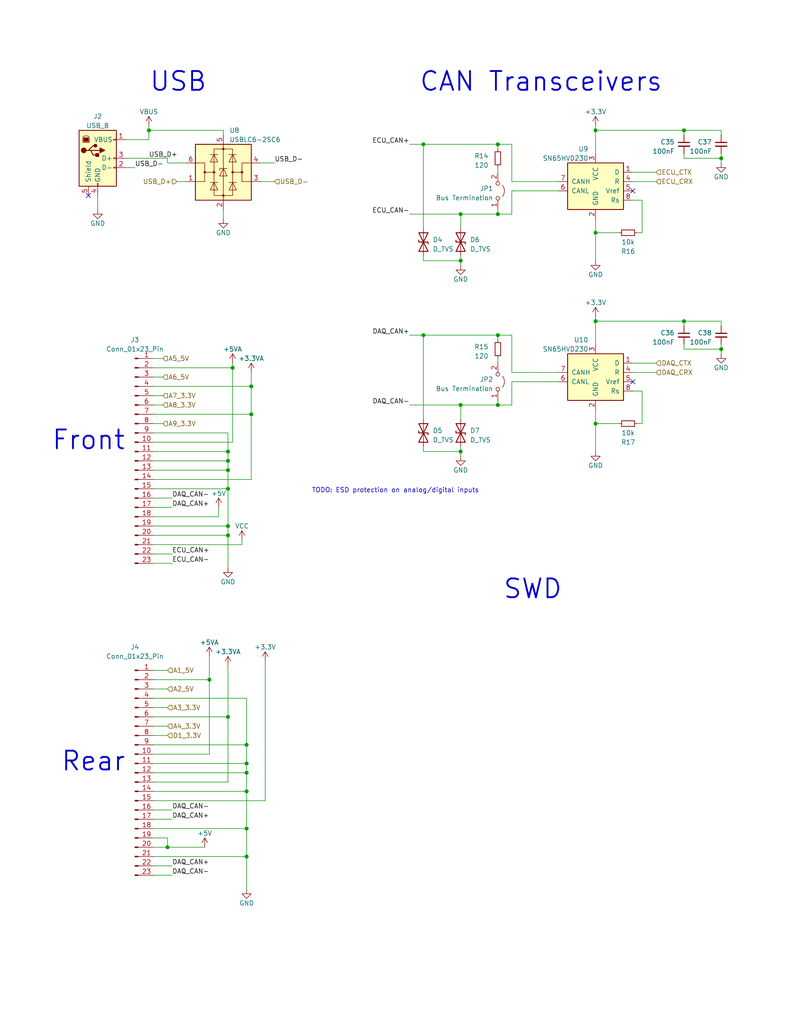
<source format=kicad_sch>
(kicad_sch (version 20230121) (generator eeschema)
  (paper "USLetter" portrait)
  (title_block (title "SDM-24 Data Logger") (date "2023-09-07") (rev "v1") (company "Sun Devil Motorsports") (comment 1 "Connectors"))
  (lib_symbols
    (symbol "Connector:Conn_01x23_Pin" (pin_names (offset 1.016) hide)
      (property "Reference" "J" (at 0 30.48 0))
      (property "Value" "Conn_01x23_Pin" (at 0 -30.48 0))
      (symbol "Conn_01x23_Pin_1_1"
        (polyline (pts (xy 1.27 -27.94) (xy 0.8636 -27.94)) (stroke (width 0.1524)))
        (polyline (pts (xy 1.27 -25.4) (xy 0.8636 -25.4)) (stroke (width 0.1524)))
        (polyline (pts (xy 1.27 -22.86) (xy 0.8636 -22.86)) (stroke (width 0.1524)))
        (polyline (pts (xy 1.27 -20.32) (xy 0.8636 -20.32)) (stroke (width 0.1524)))
        (polyline (pts (xy 1.27 -17.78) (xy 0.8636 -17.78)) (stroke (width 0.1524)))
        (polyline (pts (xy 1.27 -15.24) (xy 0.8636 -15.24)) (stroke (width 0.1524)))
        (polyline (pts (xy 1.27 -12.7) (xy 0.8636 -12.7)) (stroke (width 0.1524)))
        (polyline (pts (xy 1.27 -10.16) (xy 0.8636 -10.16)) (stroke (width 0.1524)))
        (polyline (pts (xy 1.27 -7.62) (xy 0.8636 -7.62)) (stroke (width 0.1524)))
        (polyline (pts (xy 1.27 -5.08) (xy 0.8636 -5.08)) (stroke (width 0.1524)))
        (polyline (pts (xy 1.27 -2.54) (xy 0.8636 -2.54)) (stroke (width 0.1524)))
        (polyline (pts (xy 1.27 0) (xy 0.8636 0)) (stroke (width 0.1524)))
        (polyline (pts (xy 1.27 2.54) (xy 0.8636 2.54)) (stroke (width 0.1524)))
        (polyline (pts (xy 1.27 5.08) (xy 0.8636 5.08)) (stroke (width 0.1524)))
        (polyline (pts (xy 1.27 7.62) (xy 0.8636 7.62)) (stroke (width 0.1524)))
        (polyline (pts (xy 1.27 10.16) (xy 0.8636 10.16)) (stroke (width 0.1524)))
        (polyline (pts (xy 1.27 12.7) (xy 0.8636 12.7)) (stroke (width 0.1524)))
        (polyline (pts (xy 1.27 15.24) (xy 0.8636 15.24)) (stroke (width 0.1524)))
        (polyline (pts (xy 1.27 17.78) (xy 0.8636 17.78)) (stroke (width 0.1524)))
        (polyline (pts (xy 1.27 20.32) (xy 0.8636 20.32)) (stroke (width 0.1524)))
        (polyline (pts (xy 1.27 22.86) (xy 0.8636 22.86)) (stroke (width 0.1524)))
        (polyline (pts (xy 1.27 25.4) (xy 0.8636 25.4)) (stroke (width 0.1524)))
        (polyline (pts (xy 1.27 27.94) (xy 0.8636 27.94)) (stroke (width 0.1524)))
        (rectangle (start 0.8636 -27.813) (end 0 -28.067) (stroke (width 0.1524)) (fill (type outline)))
        (rectangle (start 0.8636 -25.273) (end 0 -25.527) (stroke (width 0.1524)) (fill (type outline)))
        (rectangle (start 0.8636 -22.733) (end 0 -22.987) (stroke (width 0.1524)) (fill (type outline)))
        (rectangle (start 0.8636 -20.193) (end 0 -20.447) (stroke (width 0.1524)) (fill (type outline)))
        (rectangle (start 0.8636 -17.653) (end 0 -17.907) (stroke (width 0.1524)) (fill (type outline)))
        (rectangle (start 0.8636 -15.113) (end 0 -15.367) (stroke (width 0.1524)) (fill (type outline)))
        (rectangle (start 0.8636 -12.573) (end 0 -12.827) (stroke (width 0.1524)) (fill (type outline)))
        (rectangle (start 0.8636 -10.033) (end 0 -10.287) (stroke (width 0.1524)) (fill (type outline)))
        (rectangle (start 0.8636 -7.493) (end 0 -7.747) (stroke (width 0.1524)) (fill (type outline)))
        (rectangle (start 0.8636 -4.953) (end 0 -5.207) (stroke (width 0.1524)) (fill (type outline)))
        (rectangle (start 0.8636 -2.413) (end 0 -2.667) (stroke (width 0.1524)) (fill (type outline)))
        (rectangle (start 0.8636 0.127) (end 0 -0.127) (stroke (width 0.1524)) (fill (type outline)))
        (rectangle (start 0.8636 2.667) (end 0 2.413) (stroke (width 0.1524)) (fill (type outline)))
        (rectangle (start 0.8636 5.207) (end 0 4.953) (stroke (width 0.1524)) (fill (type outline)))
        (rectangle (start 0.8636 7.747) (end 0 7.493) (stroke (width 0.1524)) (fill (type outline)))
        (rectangle (start 0.8636 10.287) (end 0 10.033) (stroke (width 0.1524)) (fill (type outline)))
        (rectangle (start 0.8636 12.827) (end 0 12.573) (stroke (width 0.1524)) (fill (type outline)))
        (rectangle (start 0.8636 15.367) (end 0 15.113) (stroke (width 0.1524)) (fill (type outline)))
        (rectangle (start 0.8636 17.907) (end 0 17.653) (stroke (width 0.1524)) (fill (type outline)))
        (rectangle (start 0.8636 20.447) (end 0 20.193) (stroke (width 0.1524)) (fill (type outline)))
        (rectangle (start 0.8636 22.987) (end 0 22.733) (stroke (width 0.1524)) (fill (type outline)))
        (rectangle (start 0.8636 25.527) (end 0 25.273) (stroke (width 0.1524)) (fill (type outline)))
        (rectangle (start 0.8636 28.067) (end 0 27.813) (stroke (width 0.1524)) (fill (type outline)))
        (pin passive line (at 5.08 27.94 180) (length 3.81) (name "Pin_1") (number "1"))
        (pin passive line (at 5.08 5.08 180) (length 3.81) (name "Pin_10") (number "10"))
        (pin passive line (at 5.08 2.54 180) (length 3.81) (name "Pin_11") (number "11"))
        (pin passive line (at 5.08 0 180) (length 3.81) (name "Pin_12") (number "12"))
        (pin passive line (at 5.08 -2.54 180) (length 3.81) (name "Pin_13") (number "13"))
        (pin passive line (at 5.08 -5.08 180) (length 3.81) (name "Pin_14") (number "14"))
        (pin passive line (at 5.08 -7.62 180) (length 3.81) (name "Pin_15") (number "15"))
        (pin passive line (at 5.08 -10.16 180) (length 3.81) (name "Pin_16") (number "16"))
        (pin passive line (at 5.08 -12.7 180) (length 3.81) (name "Pin_17") (number "17"))
        (pin passive line (at 5.08 -15.24 180) (length 3.81) (name "Pin_18") (number "18"))
        (pin passive line (at 5.08 -17.78 180) (length 3.81) (name "Pin_19") (number "19"))
        (pin passive line (at 5.08 25.4 180) (length 3.81) (name "Pin_2") (number "2"))
        (pin passive line (at 5.08 -20.32 180) (length 3.81) (name "Pin_20") (number "20"))
        (pin passive line (at 5.08 -22.86 180) (length 3.81) (name "Pin_21") (number "21"))
        (pin passive line (at 5.08 -25.4 180) (length 3.81) (name "Pin_22") (number "22"))
        (pin passive line (at 5.08 -27.94 180) (length 3.81) (name "Pin_23") (number "23"))
        (pin passive line (at 5.08 22.86 180) (length 3.81) (name "Pin_3") (number "3"))
        (pin passive line (at 5.08 20.32 180) (length 3.81) (name "Pin_4") (number "4"))
        (pin passive line (at 5.08 17.78 180) (length 3.81) (name "Pin_5") (number "5"))
        (pin passive line (at 5.08 15.24 180) (length 3.81) (name "Pin_6") (number "6"))
        (pin passive line (at 5.08 12.7 180) (length 3.81) (name "Pin_7") (number "7"))
        (pin passive line (at 5.08 10.16 180) (length 3.81) (name "Pin_8") (number "8"))
        (pin passive line (at 5.08 7.62 180) (length 3.81) (name "Pin_9") (number "9"))
      )
    )
    (symbol "Connector:USB_B" (pin_names (offset 1.016))
      (property "Reference" "J" (at -5.08 11.43 0))
      (property "Value" "USB_B" (at -5.08 8.89 0))
      (symbol "USB_B_0_1"
        (rectangle (start -5.08 -7.62) (end 5.08 7.62) (stroke (width 0.254)) (fill (type background)))
        (circle (center -3.81 2.159) (radius 0.635) (stroke (width 0.254)) (fill (type outline)))
        (rectangle (start -3.81 5.588) (end -2.54 4.572) (fill (type outline)))
        (circle (center -0.635 3.429) (radius 0.381) (stroke (width 0.254)) (fill (type outline)))
        (rectangle (start -0.127 -7.62) (end 0.127 -6.858))
        (polyline (pts (xy -1.905 2.159) (xy 0.635 2.159)) (stroke (width 0.254)))
        (polyline (pts (xy -3.175 2.159) (xy -2.54 2.159) (xy -1.27 3.429) (xy -0.635 3.429)) (stroke (width 0.254)))
        (polyline (pts (xy -2.54 2.159) (xy -1.905 2.159) (xy -1.27 0.889) (xy 0 0.889)) (stroke (width 0.254)))
        (polyline (pts (xy 0.635 2.794) (xy 0.635 1.524) (xy 1.905 2.159) (xy 0.635 2.794)) (stroke (width 0.254)) (fill (type outline)))
        (polyline (pts (xy -4.064 4.318) (xy -2.286 4.318) (xy -2.286 5.715) (xy -2.667 6.096) (xy -3.683 6.096) (xy -4.064 5.715) (xy -4.064 4.318)))
        (rectangle (start 0.254 1.27) (end -0.508 0.508) (stroke (width 0.254)) (fill (type outline)))
        (rectangle (start 5.08 -2.667) (end 4.318 -2.413))
        (rectangle (start 5.08 -0.127) (end 4.318 0.127))
        (rectangle (start 5.08 4.953) (end 4.318 5.207))
      )
      (symbol "USB_B_1_1"
        (pin power_out line (at 7.62 5.08 180) (length 2.54) (name "VBUS") (number "1"))
        (pin bidirectional line (at 7.62 -2.54 180) (length 2.54) (name "D-") (number "2"))
        (pin bidirectional line (at 7.62 0 180) (length 2.54) (name "D+") (number "3"))
        (pin power_out line (at 0 -10.16 90) (length 2.54) (name "GND") (number "4"))
        (pin passive line (at -2.54 -10.16 90) (length 2.54) (name "Shield") (number "5"))
      )
    )
    (symbol "Device:C_Small" (pin_numbers hide) (pin_names (offset 0.254) hide)
      (property "Reference" "C" (at 0.254 1.778 0))
      (property "Value" "C_Small" (at 0.254 -2.032 0))
      (symbol "C_Small_0_1"
        (polyline (pts (xy -1.524 -0.508) (xy 1.524 -0.508)) (stroke (width 0.3302)))
        (polyline (pts (xy -1.524 0.508) (xy 1.524 0.508)) (stroke (width 0.3048)))
      )
      (symbol "C_Small_1_1"
        (pin passive line (at 0 2.54 270) (length 2.032) (name "~") (number "1"))
        (pin passive line (at 0 -2.54 90) (length 2.032) (name "~") (number "2"))
      )
    )
    (symbol "Device:D_TVS" (pin_numbers hide) (pin_names (offset 1.016) hide)
      (property "Reference" "D" (at 0 2.54 0))
      (property "Value" "D_TVS" (at 0 -2.54 0))
      (symbol "D_TVS_0_1"
        (polyline (pts (xy 1.27 0) (xy -1.27 0)))
        (polyline (pts (xy 0.508 1.27) (xy 0 1.27) (xy 0 -1.27) (xy -0.508 -1.27)) (stroke (width 0.254)))
        (polyline (pts (xy -2.54 1.27) (xy -2.54 -1.27) (xy 2.54 1.27) (xy 2.54 -1.27) (xy -2.54 1.27)) (stroke (width 0.254)))
      )
      (symbol "D_TVS_1_1"
        (pin passive line (at -3.81 0 0) (length 2.54) (name "A1") (number "1"))
        (pin passive line (at 3.81 0 180) (length 2.54) (name "A2") (number "2"))
      )
    )
    (symbol "Device:R_Small" (pin_numbers hide) (pin_names (offset 0.254) hide)
      (property "Reference" "R" (at 0.762 0.508 0))
      (property "Value" "R_Small" (at 0.762 -1.016 0))
      (symbol "R_Small_0_1"
        (rectangle (start -0.762 1.778) (end 0.762 -1.778) (stroke (width 0.2032)))
      )
      (symbol "R_Small_1_1"
        (pin passive line (at 0 2.54 270) (length 0.762) (name "~") (number "1"))
        (pin passive line (at 0 -2.54 90) (length 0.762) (name "~") (number "2"))
      )
    )
    (symbol "Interface_CAN_LIN:SN65HVD230" (pin_names (offset 1.016))
      (property "Reference" "U" (at -2.54 10.16 0))
      (property "Value" "SN65HVD230" (at -2.54 7.62 0))
      (symbol "SN65HVD230_0_1"
        (rectangle (start -7.62 5.08) (end 7.62 -7.62) (stroke (width 0.254)) (fill (type background)))
      )
      (symbol "SN65HVD230_1_1"
        (pin input line (at -10.16 2.54 0) (length 2.54) (name "D") (number "1"))
        (pin power_in line (at 0 -10.16 90) (length 2.54) (name "GND") (number "2"))
        (pin power_in line (at 0 7.62 270) (length 2.54) (name "VCC") (number "3"))
        (pin output line (at -10.16 0 0) (length 2.54) (name "R") (number "4"))
        (pin output line (at -10.16 -2.54 0) (length 2.54) (name "Vref") (number "5"))
        (pin bidirectional line (at 10.16 -2.54 180) (length 2.54) (name "CANL") (number "6"))
        (pin bidirectional line (at 10.16 0 180) (length 2.54) (name "CANH") (number "7"))
        (pin input line (at -10.16 -5.08 0) (length 2.54) (name "Rs") (number "8"))
      )
    )
    (symbol "Jumper:Jumper_2_Open" (pin_names (offset 0) hide)
      (property "Reference" "JP" (at 0 2.794 0))
      (property "Value" "Jumper_2_Open" (at 0 -2.286 0))
      (symbol "Jumper_2_Open_0_0"
        (circle (center -2.032 0) (radius 0.508))
        (circle (center 2.032 0) (radius 0.508))
      )
      (symbol "Jumper_2_Open_0_1"
        (arc (start 1.524 1.27) (mid 0 1.778) (end -1.524 1.27))
      )
      (symbol "Jumper_2_Open_1_1"
        (pin passive line (at -5.08 0 0) (length 2.54) (name "A") (number "1"))
        (pin passive line (at 5.08 0 180) (length 2.54) (name "B") (number "2"))
      )
    )
    (symbol "Power_Protection:USBLC6-2SC6" (pin_names hide)
      (property "Reference" "U" (at 2.54 8.89 0))
      (property "Value" "USBLC6-2SC6" (at 2.54 -8.89 0))
      (symbol "USBLC6-2SC6_0_1"
        (rectangle (start -7.62 -7.62) (end 7.62 7.62) (stroke (width 0.254)) (fill (type background)))
        (circle (center -5.08 0) (radius 0.254) (fill (type outline)))
        (circle (center -2.54 0) (radius 0.254) (fill (type outline)))
        (rectangle (start -2.54 6.35) (end 2.54 -6.35))
        (circle (center 0 -6.35) (radius 0.254) (fill (type outline)))
        (polyline (pts (xy -5.08 -2.54) (xy -7.62 -2.54)))
        (polyline (pts (xy -5.08 0) (xy -5.08 -2.54)))
        (polyline (pts (xy -5.08 2.54) (xy -7.62 2.54)))
        (polyline (pts (xy -1.524 -2.794) (xy -3.556 -2.794)))
        (polyline (pts (xy -1.524 4.826) (xy -3.556 4.826)))
        (polyline (pts (xy 0 -7.62) (xy 0 -6.35)))
        (polyline (pts (xy 0 -6.35) (xy 0 1.27)))
        (polyline (pts (xy 0 1.27) (xy 0 6.35)))
        (polyline (pts (xy 0 6.35) (xy 0 7.62)))
        (polyline (pts (xy 1.524 -2.794) (xy 3.556 -2.794)))
        (polyline (pts (xy 1.524 4.826) (xy 3.556 4.826)))
        (polyline (pts (xy 5.08 -2.54) (xy 7.62 -2.54)))
        (polyline (pts (xy 5.08 0) (xy 5.08 -2.54)))
        (polyline (pts (xy 5.08 2.54) (xy 7.62 2.54)))
        (polyline (pts (xy -2.54 0) (xy -5.08 0) (xy -5.08 2.54)))
        (polyline (pts (xy 2.54 0) (xy 5.08 0) (xy 5.08 2.54)))
        (polyline (pts (xy -3.556 -4.826) (xy -1.524 -4.826) (xy -2.54 -2.794) (xy -3.556 -4.826)))
        (polyline (pts (xy -3.556 2.794) (xy -1.524 2.794) (xy -2.54 4.826) (xy -3.556 2.794)))
        (polyline (pts (xy -1.016 -1.016) (xy 1.016 -1.016) (xy 0 1.016) (xy -1.016 -1.016)))
        (polyline (pts (xy 1.016 1.016) (xy 0.762 1.016) (xy -1.016 1.016) (xy -1.016 0.508)))
        (polyline (pts (xy 3.556 -4.826) (xy 1.524 -4.826) (xy 2.54 -2.794) (xy 3.556 -4.826)))
        (polyline (pts (xy 3.556 2.794) (xy 1.524 2.794) (xy 2.54 4.826) (xy 3.556 2.794)))
        (circle (center 0 6.35) (radius 0.254) (fill (type outline)))
        (circle (center 2.54 0) (radius 0.254) (fill (type outline)))
        (circle (center 5.08 0) (radius 0.254) (fill (type outline)))
      )
      (symbol "USBLC6-2SC6_1_1"
        (pin passive line (at -10.16 -2.54 0) (length 2.54) (name "I/O1") (number "1"))
        (pin passive line (at 0 -10.16 90) (length 2.54) (name "GND") (number "2"))
        (pin passive line (at 10.16 -2.54 180) (length 2.54) (name "I/O2") (number "3"))
        (pin passive line (at 10.16 2.54 180) (length 2.54) (name "I/O2") (number "4"))
        (pin passive line (at 0 10.16 270) (length 2.54) (name "VBUS") (number "5"))
        (pin passive line (at -10.16 2.54 0) (length 2.54) (name "I/O1") (number "6"))
      )
    )
    (symbol "power:+3.3V" (power) (pin_names (offset 0))
      (property "Value" "+3.3V" (at 0 3.556 0))
      (symbol "+3.3V_0_1"
        (polyline (pts (xy -0.762 1.27) (xy 0 2.54)))
        (polyline (pts (xy 0 0) (xy 0 2.54)))
        (polyline (pts (xy 0 2.54) (xy 0.762 1.27)))
      )
      (symbol "+3.3V_1_1"
        (pin power_in line (at 0 0 90) (length 0) hide (name "+3.3V") (number "1"))
      )
    )
    (symbol "power:+3.3VA" (power) (pin_names (offset 0))
      (property "Value" "+3.3VA" (at 0 3.556 0))
      (symbol "+3.3VA_0_1"
        (polyline (pts (xy -0.762 1.27) (xy 0 2.54)))
        (polyline (pts (xy 0 0) (xy 0 2.54)))
        (polyline (pts (xy 0 2.54) (xy 0.762 1.27)))
      )
      (symbol "+3.3VA_1_1"
        (pin power_in line (at 0 0 90) (length 0) hide (name "+3.3VA") (number "1"))
      )
    )
    (symbol "power:+5V" (power) (pin_names (offset 0))
      (property "Value" "+5V" (at 0 3.556 0))
      (symbol "+5V_0_1"
        (polyline (pts (xy -0.762 1.27) (xy 0 2.54)))
        (polyline (pts (xy 0 0) (xy 0 2.54)))
        (polyline (pts (xy 0 2.54) (xy 0.762 1.27)))
      )
      (symbol "+5V_1_1"
        (pin power_in line (at 0 0 90) (length 0) hide (name "+5V") (number "1"))
      )
    )
    (symbol "power:+5VA" (power) (pin_names (offset 0))
      (property "Value" "+5VA" (at 0 3.556 0))
      (symbol "+5VA_0_1"
        (polyline (pts (xy -0.762 1.27) (xy 0 2.54)))
        (polyline (pts (xy 0 0) (xy 0 2.54)))
        (polyline (pts (xy 0 2.54) (xy 0.762 1.27)))
      )
      (symbol "+5VA_1_1"
        (pin power_in line (at 0 0 90) (length 0) hide (name "+5VA") (number "1"))
      )
    )
    (symbol "power:GND" (power) (pin_names (offset 0))
      (property "Value" "GND" (at 0 -3.81 0))
      (symbol "GND_0_1"
        (polyline (pts (xy 0 0) (xy 0 -1.27) (xy 1.27 -1.27) (xy 0 -2.54) (xy -1.27 -1.27) (xy 0 -1.27)))
      )
      (symbol "GND_1_1"
        (pin power_in line (at 0 0 270) (length 0) hide (name "GND") (number "1"))
      )
    )
    (symbol "power:VBUS" (power) (pin_names (offset 0))
      (property "Value" "VBUS" (at 0 3.81 0))
      (symbol "VBUS_0_1"
        (polyline (pts (xy -0.762 1.27) (xy 0 2.54)))
        (polyline (pts (xy 0 0) (xy 0 2.54)))
        (polyline (pts (xy 0 2.54) (xy 0.762 1.27)))
      )
      (symbol "VBUS_1_1"
        (pin power_in line (at 0 0 90) (length 0) hide (name "VBUS") (number "1"))
      )
    )
    (symbol "power:VCC" (power) (pin_names (offset 0))
      (property "Value" "VCC" (at 0 3.81 0))
      (symbol "VCC_0_1"
        (polyline (pts (xy -0.762 1.27) (xy 0 2.54)))
        (polyline (pts (xy 0 0) (xy 0 2.54)))
        (polyline (pts (xy 0 2.54) (xy 0.762 1.27)))
      )
      (symbol "VCC_1_1"
        (pin power_in line (at 0 0 90) (length 0) hide (name "VCC") (number "1"))
      )
    )
  )
  (junction (at 125.73 123.19))
  (junction (at 57.15 185.42))
  (junction (at 68.58 105.41))
  (junction (at 40.64 35.56))
  (junction (at 125.73 110.49))
  (junction (at 62.23 146.05))
  (junction (at 162.56 87.63))
  (junction (at 135.89 110.49))
  (junction (at 67.31 208.28))
  (junction (at 196.85 95.25))
  (junction (at 67.31 226.06))
  (junction (at 62.23 123.19))
  (junction (at 125.73 58.42))
  (junction (at 62.23 133.35))
  (junction (at 162.56 63.5))
  (junction (at 67.31 215.9))
  (junction (at 62.23 195.58))
  (junction (at 135.89 91.44))
  (junction (at 63.5 100.33))
  (junction (at 196.85 43.18))
  (junction (at 62.23 125.73))
  (junction (at 68.58 113.03))
  (junction (at 162.56 35.56))
  (junction (at 115.57 91.44))
  (junction (at 162.56 115.57))
  (junction (at 62.23 143.51))
  (junction (at 115.57 39.37))
  (junction (at 67.31 203.2))
  (junction (at 135.89 39.37))
  (junction (at 45.72 231.14))
  (junction (at 67.31 210.82))
  (junction (at 186.69 87.63))
  (junction (at 125.73 71.12))
  (junction (at 135.89 58.42))
  (junction (at 62.23 128.27))
  (junction (at 67.31 233.68))
  (junction (at 186.69 35.56))
  (no_connect (at 24.13 53.34))
  (no_connect (at 172.72 104.14))
  (no_connect (at 172.72 52.07))
  (wire (pts (xy 45.72 231.14) (xy 55.88 231.14)))
  (wire (pts (xy 135.89 110.49) (xy 125.73 110.49)))
  (wire (pts (xy 139.7 101.6) (xy 139.7 91.44)))
  (wire (pts (xy 41.91 218.44) (xy 72.39 218.44)))
  (wire (pts (xy 62.23 143.51) (xy 62.23 146.05)))
  (wire (pts (xy 125.73 58.42) (xy 111.76 58.42)))
  (wire (pts (xy 41.91 182.88) (xy 45.72 182.88)))
  (wire (pts (xy 135.89 58.42) (xy 125.73 58.42)))
  (wire (pts (xy 71.12 49.53) (xy 74.93 49.53)))
  (wire (pts (xy 41.91 100.33) (xy 63.5 100.33)))
  (wire (pts (xy 68.58 113.03) (xy 68.58 105.41)))
  (wire (pts (xy 34.29 38.1) (xy 40.64 38.1)))
  (wire (pts (xy 196.85 41.91) (xy 196.85 43.18)))
  (wire (pts (xy 196.85 93.98) (xy 196.85 95.25)))
  (wire (pts (xy 41.91 120.65) (xy 63.5 120.65)))
  (wire (pts (xy 41.91 130.81) (xy 68.58 130.81)))
  (wire (pts (xy 41.91 107.95) (xy 44.45 107.95)))
  (wire (pts (xy 63.5 100.33) (xy 63.5 99.06)))
  (wire (pts (xy 41.91 128.27) (xy 62.23 128.27)))
  (wire (pts (xy 62.23 123.19) (xy 62.23 125.73)))
  (wire (pts (xy 115.57 123.19) (xy 125.73 123.19)))
  (wire (pts (xy 125.73 69.85) (xy 125.73 71.12)))
  (wire (pts (xy 41.91 220.98) (xy 46.99 220.98)))
  (wire (pts (xy 41.91 190.5) (xy 67.31 190.5)))
  (wire (pts (xy 62.23 213.36) (xy 62.23 195.58)))
  (wire (pts (xy 168.91 115.57) (xy 162.56 115.57)))
  (wire (pts (xy 57.15 185.42) (xy 57.15 179.07)))
  (wire (pts (xy 41.91 151.13) (xy 46.99 151.13)))
  (wire (pts (xy 196.85 43.18) (xy 186.69 43.18)))
  (wire (pts (xy 162.56 35.56) (xy 162.56 41.91)))
  (wire (pts (xy 139.7 91.44) (xy 135.89 91.44)))
  (wire (pts (xy 41.91 135.89) (xy 46.99 135.89)))
  (wire (pts (xy 41.91 228.6) (xy 45.72 228.6)))
  (wire (pts (xy 135.89 45.72) (xy 135.89 46.99)))
  (wire (pts (xy 172.72 106.68) (xy 175.26 106.68)))
  (wire (pts (xy 41.91 113.03) (xy 68.58 113.03)))
  (wire (pts (xy 62.23 118.11) (xy 62.23 123.19)))
  (wire (pts (xy 41.91 133.35) (xy 62.23 133.35)))
  (wire (pts (xy 41.91 187.96) (xy 45.72 187.96)))
  (wire (pts (xy 115.57 91.44) (xy 115.57 114.3)))
  (wire (pts (xy 67.31 242.57) (xy 67.31 233.68)))
  (wire (pts (xy 196.85 35.56) (xy 186.69 35.56)))
  (wire (pts (xy 41.91 105.41) (xy 68.58 105.41)))
  (wire (pts (xy 41.91 236.22) (xy 46.99 236.22)))
  (wire (pts (xy 162.56 87.63) (xy 162.56 93.98)))
  (wire (pts (xy 115.57 39.37) (xy 111.76 39.37)))
  (wire (pts (xy 41.91 185.42) (xy 57.15 185.42)))
  (wire (pts (xy 48.26 49.53) (xy 50.8 49.53)))
  (wire (pts (xy 41.91 231.14) (xy 45.72 231.14)))
  (wire (pts (xy 67.31 226.06) (xy 67.31 233.68)))
  (wire (pts (xy 41.91 195.58) (xy 62.23 195.58)))
  (wire (pts (xy 186.69 88.9) (xy 186.69 87.63)))
  (wire (pts (xy 67.31 208.28) (xy 67.31 210.82)))
  (wire (pts (xy 60.96 57.15) (xy 60.96 59.69)))
  (wire (pts (xy 41.91 143.51) (xy 62.23 143.51)))
  (wire (pts (xy 67.31 210.82) (xy 67.31 215.9)))
  (wire (pts (xy 115.57 121.92) (xy 115.57 123.19)))
  (wire (pts (xy 45.72 228.6) (xy 45.72 231.14)))
  (wire (pts (xy 135.89 91.44) (xy 115.57 91.44)))
  (wire (pts (xy 162.56 115.57) (xy 162.56 123.19)))
  (wire (pts (xy 186.69 35.56) (xy 162.56 35.56)))
  (wire (pts (xy 186.69 36.83) (xy 186.69 35.56)))
  (wire (pts (xy 196.85 87.63) (xy 186.69 87.63)))
  (wire (pts (xy 41.91 205.74) (xy 57.15 205.74)))
  (wire (pts (xy 125.73 58.42) (xy 125.73 62.23)))
  (wire (pts (xy 41.91 238.76) (xy 46.99 238.76)))
  (wire (pts (xy 139.7 58.42) (xy 135.89 58.42)))
  (wire (pts (xy 41.91 123.19) (xy 62.23 123.19)))
  (wire (pts (xy 62.23 133.35) (xy 62.23 143.51)))
  (wire (pts (xy 71.12 44.45) (xy 74.93 44.45)))
  (wire (pts (xy 135.89 97.79) (xy 135.89 99.06)))
  (wire (pts (xy 115.57 39.37) (xy 115.57 62.23)))
  (wire (pts (xy 40.64 38.1) (xy 40.64 35.56)))
  (wire (pts (xy 68.58 113.03) (xy 68.58 130.81)))
  (wire (pts (xy 186.69 87.63) (xy 162.56 87.63)))
  (wire (pts (xy 41.91 97.79) (xy 44.45 97.79)))
  (wire (pts (xy 196.85 43.18) (xy 196.85 44.45)))
  (wire (pts (xy 41.91 153.67) (xy 46.99 153.67)))
  (wire (pts (xy 179.07 49.53) (xy 172.72 49.53)))
  (wire (pts (xy 62.23 146.05) (xy 41.91 146.05)))
  (wire (pts (xy 57.15 185.42) (xy 57.15 205.74)))
  (wire (pts (xy 68.58 105.41) (xy 68.58 101.6)))
  (wire (pts (xy 115.57 71.12) (xy 125.73 71.12)))
  (wire (pts (xy 62.23 154.94) (xy 62.23 146.05)))
  (wire (pts (xy 67.31 215.9) (xy 67.31 226.06)))
  (wire (pts (xy 41.91 110.49) (xy 44.45 110.49)))
  (wire (pts (xy 41.91 193.04) (xy 45.72 193.04)))
  (wire (pts (xy 186.69 93.98) (xy 186.69 95.25)))
  (wire (pts (xy 162.56 111.76) (xy 162.56 115.57)))
  (wire (pts (xy 135.89 57.15) (xy 135.89 58.42)))
  (wire (pts (xy 152.4 52.07) (xy 139.7 52.07)))
  (wire (pts (xy 162.56 34.29) (xy 162.56 35.56)))
  (wire (pts (xy 196.85 95.25) (xy 196.85 96.52)))
  (wire (pts (xy 186.69 41.91) (xy 186.69 43.18)))
  (wire (pts (xy 40.64 35.56) (xy 40.64 34.29)))
  (wire (pts (xy 41.91 208.28) (xy 67.31 208.28)))
  (wire (pts (xy 41.91 210.82) (xy 67.31 210.82)))
  (wire (pts (xy 26.67 53.34) (xy 26.67 57.15)))
  (wire (pts (xy 179.07 99.06) (xy 172.72 99.06)))
  (wire (pts (xy 175.26 63.5) (xy 173.99 63.5)))
  (wire (pts (xy 152.4 104.14) (xy 139.7 104.14)))
  (wire (pts (xy 135.89 39.37) (xy 135.89 40.64)))
  (wire (pts (xy 172.72 54.61) (xy 175.26 54.61)))
  (wire (pts (xy 125.73 110.49) (xy 125.73 114.3)))
  (wire (pts (xy 139.7 49.53) (xy 139.7 39.37)))
  (wire (pts (xy 34.29 45.72) (xy 36.83 45.72)))
  (wire (pts (xy 62.23 128.27) (xy 62.23 133.35)))
  (wire (pts (xy 63.5 120.65) (xy 63.5 100.33)))
  (wire (pts (xy 41.91 118.11) (xy 62.23 118.11)))
  (wire (pts (xy 41.91 215.9) (xy 67.31 215.9)))
  (wire (pts (xy 175.26 106.68) (xy 175.26 115.57)))
  (wire (pts (xy 179.07 46.99) (xy 172.72 46.99)))
  (wire (pts (xy 34.29 43.18) (xy 45.72 43.18)))
  (wire (pts (xy 62.23 195.58) (xy 62.23 181.61)))
  (wire (pts (xy 162.56 59.69) (xy 162.56 63.5)))
  (wire (pts (xy 41.91 200.66) (xy 45.72 200.66)))
  (wire (pts (xy 175.26 54.61) (xy 175.26 63.5)))
  (wire (pts (xy 135.89 39.37) (xy 115.57 39.37)))
  (wire (pts (xy 50.8 44.45) (xy 45.72 44.45)))
  (wire (pts (xy 175.26 115.57) (xy 173.99 115.57)))
  (wire (pts (xy 152.4 101.6) (xy 139.7 101.6)))
  (wire (pts (xy 40.64 35.56) (xy 60.96 35.56)))
  (wire (pts (xy 67.31 190.5) (xy 67.31 203.2)))
  (wire (pts (xy 152.4 49.53) (xy 139.7 49.53)))
  (wire (pts (xy 41.91 138.43) (xy 46.99 138.43)))
  (wire (pts (xy 139.7 39.37) (xy 135.89 39.37)))
  (wire (pts (xy 125.73 123.19) (xy 125.73 124.46)))
  (wire (pts (xy 179.07 101.6) (xy 172.72 101.6)))
  (wire (pts (xy 41.91 115.57) (xy 44.45 115.57)))
  (wire (pts (xy 41.91 102.87) (xy 44.45 102.87)))
  (wire (pts (xy 139.7 52.07) (xy 139.7 58.42)))
  (wire (pts (xy 115.57 69.85) (xy 115.57 71.12)))
  (wire (pts (xy 162.56 86.36) (xy 162.56 87.63)))
  (wire (pts (xy 67.31 203.2) (xy 67.31 208.28)))
  (wire (pts (xy 41.91 226.06) (xy 67.31 226.06)))
  (wire (pts (xy 41.91 203.2) (xy 67.31 203.2)))
  (wire (pts (xy 41.91 213.36) (xy 62.23 213.36)))
  (wire (pts (xy 196.85 95.25) (xy 186.69 95.25)))
  (wire (pts (xy 115.57 91.44) (xy 111.76 91.44)))
  (wire (pts (xy 125.73 121.92) (xy 125.73 123.19)))
  (wire (pts (xy 196.85 88.9) (xy 196.85 87.63)))
  (wire (pts (xy 125.73 110.49) (xy 111.76 110.49)))
  (wire (pts (xy 45.72 44.45) (xy 45.72 43.18)))
  (wire (pts (xy 72.39 218.44) (xy 72.39 180.34)))
  (wire (pts (xy 41.91 125.73) (xy 62.23 125.73)))
  (wire (pts (xy 67.31 233.68) (xy 41.91 233.68)))
  (wire (pts (xy 139.7 104.14) (xy 139.7 110.49)))
  (wire (pts (xy 59.69 140.97) (xy 59.69 138.43)))
  (wire (pts (xy 66.04 148.59) (xy 66.04 147.32)))
  (wire (pts (xy 41.91 198.12) (xy 45.72 198.12)))
  (wire (pts (xy 135.89 109.22) (xy 135.89 110.49)))
  (wire (pts (xy 41.91 140.97) (xy 59.69 140.97)))
  (wire (pts (xy 168.91 63.5) (xy 162.56 63.5)))
  (wire (pts (xy 62.23 125.73) (xy 62.23 128.27)))
  (wire (pts (xy 41.91 223.52) (xy 46.99 223.52)))
  (wire (pts (xy 196.85 36.83) (xy 196.85 35.56)))
  (wire (pts (xy 139.7 110.49) (xy 135.89 110.49)))
  (wire (pts (xy 135.89 91.44) (xy 135.89 92.71)))
  (wire (pts (xy 125.73 71.12) (xy 125.73 72.39)))
  (wire (pts (xy 60.96 36.83) (xy 60.96 35.56)))
  (wire (pts (xy 41.91 148.59) (xy 66.04 148.59)))
  (wire (pts (xy 162.56 63.5) (xy 162.56 71.12)))
  (text "SWD" (at 137.16 163.83 0) (effects (font (size 5.12 5.12) (thickness 0.51) bold) (justify left bottom)))
  (text "Rear" (at 16.51 210.82 0) (effects (font (size 5.12 5.12) (thickness 0.51) bold) (justify left bottom)))
  (text "TODO: ESD protection on analog/digital inputs" (at 85.09 134.62 0) (effects (font (size 1.27 1.27)) (justify left bottom)))
  (text "Front" (at 13.97 123.19 0) (effects (font (size 5.12 5.12) (thickness 0.51) bold) (justify left bottom)))
  (text "CAN Transceivers" (at 114.3 25.4 0) (effects (font (size 5.12 5.12) (thickness 0.51) bold) (justify left bottom)))
  (text "USB" (at 40.64 25.4 0) (effects (font (size 5.12 5.12) (thickness 0.51) bold) (justify left bottom)))
  (label "DAQ_CAN+" (at 46.99 223.52 0))
  (label "ECU_CAN-" (at 46.99 153.67 0))
  (label "USB_D-" (at 74.93 44.45 0))
  (label "ECU_CAN+" (at 111.76 39.37 180))
  (label "USB_D+" (at 40.64 43.18 0))
  (label "ECU_CAN+" (at 46.99 151.13 0))
  (label "DAQ_CAN+" (at 46.99 236.22 0))
  (label "DAQ_CAN+" (at 111.76 91.44 180))
  (label "DAQ_CAN-" (at 46.99 135.89 0))
  (label "ECU_CAN-" (at 111.76 58.42 180))
  (label "DAQ_CAN-" (at 46.99 220.98 0))
  (label "DAQ_CAN+" (at 46.99 138.43 0))
  (label "DAQ_CAN-" (at 46.99 238.76 0))
  (label "DAQ_CAN-" (at 111.76 110.49 180))
  (label "USB_D-" (at 36.83 45.72 0))
  (hierarchical_label "D1_3.3V" (shape input) (at 45.72 200.66 0))
  (hierarchical_label "A6_5V" (shape input) (at 44.45 102.87 0))
  (hierarchical_label "A8_3.3V" (shape input) (at 44.45 110.49 0))
  (hierarchical_label "A1_5V" (shape input) (at 45.72 182.88 0))
  (hierarchical_label "A2_5V" (shape input) (at 45.72 187.96 0))
  (hierarchical_label "ECU_CRX" (shape input) (at 179.07 49.53 0))
  (hierarchical_label "ECU_CTX" (shape input) (at 179.07 46.99 0))
  (hierarchical_label "A4_3.3V" (shape input) (at 45.72 198.12 0))
  (hierarchical_label "USB_D-" (shape input) (at 74.93 49.53 0))
  (hierarchical_label "A9_3.3V" (shape input) (at 44.45 115.57 0))
  (hierarchical_label "DAQ_CTX" (shape input) (at 179.07 99.06 0))
  (hierarchical_label "USB_D+" (shape input) (at 48.26 49.53 180))
  (hierarchical_label "DAQ_CRX" (shape input) (at 179.07 101.6 0))
  (hierarchical_label "A3_3.3V" (shape input) (at 45.72 193.04 0))
  (hierarchical_label "A5_5V" (shape input) (at 44.45 97.79 0))
  (hierarchical_label "A7_3.3V" (shape input) (at 44.45 107.95 0))
  (symbol (lib_id "Interface_CAN_LIN:SN65HVD230") (at 162.56 101.6 0) (mirror y) (unit 1)
    (property "Reference" "U10" (at 160.6041 92.71 0) (effects (justify left)))
    (property "Value" "SN65HVD230" (at 160.6041 95.25 0) (effects (justify left)))
    (property "Footprint" "Package_SO:SOIC-8_3.9x4.9mm_P1.27mm" (effects hide))
    (property "Datasheet" "http://www.ti.com/lit/ds/symlink/sn65hvd230.pdf" (effects hide))
  )
  (symbol (lib_id "power:VCC") (at 66.04 147.32 0) (unit 1)
    (property "Reference" "#PWR042" (effects hide))
    (property "Value" "VCC" (at 66.04 143.51 0))
  )
  (symbol (lib_id "power:GND") (at 125.73 72.39 0) (mirror y) (unit 1)
    (property "Reference" "#PWR046" (effects hide))
    (property "Value" "GND" (at 125.73 76.2 0))
  )
  (symbol (lib_id "Device:C_Small") (at 186.69 39.37 0) (mirror y) (unit 1)
    (property "Reference" "C35" (at 184.15 38.7413 0) (effects (justify left)))
    (property "Value" "100nF" (at 184.15 41.2813 0) (effects (justify left)))
  )
  (symbol (lib_id "power:+3.3VA") (at 62.23 181.61 0) (unit 1)
    (property "Reference" "#PWR040" (effects hide))
    (property "Value" "+3.3VA" (at 62.23 177.8 0))
  )
  (symbol (lib_id "Power_Protection:USBLC6-2SC6") (at 60.96 46.99 0) (unit 1)
    (property "Reference" "U8" (at 62.6111 35.56 0) (effects (justify left)))
    (property "Value" "USBLC6-2SC6" (at 62.6111 38.1 0) (effects (justify left)))
    (property "Footprint" "Package_TO_SOT_SMD:SOT-23-6" (effects hide))
    (property "Datasheet" "https://www.st.com/resource/en/datasheet/usblc6-2.pdf" (effects hide))
  )
  (symbol (lib_id "power:+5VA") (at 63.5 99.06 0) (unit 1)
    (property "Reference" "#PWR041" (effects hide))
    (property "Value" "+5VA" (at 63.5 95.25 0))
  )
  (symbol (lib_id "Device:C_Small") (at 196.85 91.44 0) (mirror y) (unit 1)
    (property "Reference" "C38" (at 194.31 90.8113 0) (effects (justify left)))
    (property "Value" "100nF" (at 194.31 93.3513 0) (effects (justify left)))
  )
  (symbol (lib_id "Jumper:Jumper_2_Open") (at 135.89 52.07 270) (mirror x) (unit 1)
    (property "Reference" "JP1" (at 134.62 51.435 90) (effects (justify right)))
    (property "Value" "Bus Termination" (at 134.62 53.975 90) (effects (justify right)))
  )
  (symbol (lib_id "Jumper:Jumper_2_Open") (at 135.89 104.14 270) (mirror x) (unit 1)
    (property "Reference" "JP2" (at 134.62 103.505 90) (effects (justify right)))
    (property "Value" "Bus Termination" (at 134.62 106.045 90) (effects (justify right)))
  )
  (symbol (lib_id "Device:D_TVS") (at 125.73 118.11 90) (unit 1)
    (property "Reference" "D7" (at 128.27 117.475 90) (effects (justify right)))
    (property "Value" "D_TVS" (at 128.27 120.015 90) (effects (justify right)))
  )
  (symbol (lib_id "power:+3.3V") (at 162.56 86.36 0) (mirror y) (unit 1)
    (property "Reference" "#PWR050" (effects hide))
    (property "Value" "+3.3V" (at 162.56 82.55 0))
  )
  (symbol (lib_id "Interface_CAN_LIN:SN65HVD230") (at 162.56 49.53 0) (mirror y) (unit 1)
    (property "Reference" "U9" (at 160.6041 40.64 0) (effects (justify left)))
    (property "Value" "SN65HVD230" (at 160.6041 43.18 0) (effects (justify left)))
    (property "Footprint" "Package_SO:SOIC-8_3.9x4.9mm_P1.27mm" (effects hide))
    (property "Datasheet" "http://www.ti.com/lit/ds/symlink/sn65hvd230.pdf" (effects hide))
  )
  (symbol (lib_id "power:GND") (at 26.67 57.15 0) (unit 1)
    (property "Reference" "#PWR033" (effects hide))
    (property "Value" "GND" (at 26.67 60.96 0))
  )
  (symbol (lib_id "Connector:Conn_01x23_Pin") (at 36.83 125.73 0) (unit 1)
    (property "Reference" "J3" (at 36.83 92.71 0))
    (property "Value" "Conn_01x23_Pin" (at 36.83 95.25 0))
  )
  (symbol (lib_id "power:+3.3V") (at 162.56 34.29 0) (mirror y) (unit 1)
    (property "Reference" "#PWR048" (effects hide))
    (property "Value" "+3.3V" (at 162.56 30.48 0))
  )
  (symbol (lib_id "Connector:USB_B") (at 26.67 43.18 0) (unit 1)
    (property "Reference" "J2" (at 26.67 31.75 0))
    (property "Value" "USB_B" (at 26.67 34.29 0))
    (property "Footprint" "Connector_USB:USB_A_Molex_67643_Horizontal" (effects hide))
    (property "Datasheet" " ~" (effects hide))
  )
  (symbol (lib_id "power:+5V") (at 59.69 138.43 0) (unit 1)
    (property "Reference" "#PWR037" (effects hide))
    (property "Value" "+5V" (at 59.69 134.62 0))
  )
  (symbol (lib_id "power:+3.3V") (at 72.39 180.34 0) (unit 1)
    (property "Reference" "#PWR045" (effects hide))
    (property "Value" "+3.3V" (at 72.39 176.53 0))
  )
  (symbol (lib_id "power:GND") (at 125.73 124.46 0) (mirror y) (unit 1)
    (property "Reference" "#PWR047" (effects hide))
    (property "Value" "GND" (at 125.73 128.27 0))
  )
  (symbol (lib_id "power:GND") (at 162.56 123.19 0) (mirror y) (unit 1)
    (property "Reference" "#PWR051" (effects hide))
    (property "Value" "GND" (at 162.56 127 0))
  )
  (symbol (lib_id "Device:C_Small") (at 186.69 91.44 0) (mirror y) (unit 1)
    (property "Reference" "C36" (at 184.15 90.8113 0) (effects (justify left)))
    (property "Value" "100nF" (at 184.15 93.3513 0) (effects (justify left)))
  )
  (symbol (lib_id "power:GND") (at 62.23 154.94 0) (unit 1)
    (property "Reference" "#PWR039" (effects hide))
    (property "Value" "GND" (at 62.23 158.75 0))
  )
  (symbol (lib_id "power:+5V") (at 55.88 231.14 0) (unit 1)
    (property "Reference" "#PWR035" (effects hide))
    (property "Value" "+5V" (at 55.88 227.33 0))
  )
  (symbol (lib_id "Device:D_TVS") (at 125.73 66.04 90) (unit 1)
    (property "Reference" "D6" (at 128.27 65.405 90) (effects (justify right)))
    (property "Value" "D_TVS" (at 128.27 67.945 90) (effects (justify right)))
  )
  (symbol (lib_id "power:GND") (at 67.31 242.57 0) (unit 1)
    (property "Reference" "#PWR043" (effects hide))
    (property "Value" "GND" (at 67.31 246.38 0))
  )
  (symbol (lib_id "power:GND") (at 60.96 59.69 0) (unit 1)
    (property "Reference" "#PWR038" (effects hide))
    (property "Value" "GND" (at 60.96 63.5 0))
  )
  (symbol (lib_id "Device:D_TVS") (at 115.57 118.11 90) (unit 1)
    (property "Reference" "D5" (at 118.11 117.475 90) (effects (justify right)))
    (property "Value" "D_TVS" (at 118.11 120.015 90) (effects (justify right)))
  )
  (symbol (lib_id "Device:R_Small") (at 171.45 115.57 90) (mirror x) (unit 1)
    (property "Reference" "R17" (at 171.45 120.65 90))
    (property "Value" "10k" (at 171.45 118.11 90))
  )
  (symbol (lib_id "Device:D_TVS") (at 115.57 66.04 90) (unit 1)
    (property "Reference" "D4" (at 118.11 65.405 90) (effects (justify right)))
    (property "Value" "D_TVS" (at 118.11 67.945 90) (effects (justify right)))
  )
  (symbol (lib_id "power:+5VA") (at 57.15 179.07 0) (unit 1)
    (property "Reference" "#PWR036" (effects hide))
    (property "Value" "+5VA" (at 57.15 175.26 0))
  )
  (symbol (lib_id "power:GND") (at 196.85 44.45 0) (mirror y) (unit 1)
    (property "Reference" "#PWR052" (effects hide))
    (property "Value" "GND" (at 196.85 48.26 0))
  )
  (symbol (lib_id "Connector:Conn_01x23_Pin") (at 36.83 210.82 0) (unit 1)
    (property "Reference" "J4" (at 36.83 176.53 0))
    (property "Value" "Conn_01x23_Pin" (at 36.83 179.07 0))
  )
  (symbol (lib_id "Device:R_Small") (at 171.45 63.5 90) (mirror x) (unit 1)
    (property "Reference" "R16" (at 171.45 68.58 90))
    (property "Value" "10k" (at 171.45 66.04 90))
  )
  (symbol (lib_id "power:GND") (at 162.56 71.12 0) (mirror y) (unit 1)
    (property "Reference" "#PWR049" (effects hide))
    (property "Value" "GND" (at 162.56 74.93 0))
  )
  (symbol (lib_id "power:+3.3VA") (at 68.58 101.6 0) (unit 1)
    (property "Reference" "#PWR044" (effects hide))
    (property "Value" "+3.3VA" (at 68.58 97.79 0))
  )
  (symbol (lib_id "power:GND") (at 196.85 96.52 0) (mirror y) (unit 1)
    (property "Reference" "#PWR053" (effects hide))
    (property "Value" "GND" (at 196.85 100.33 0))
  )
  (symbol (lib_id "Device:R_Small") (at 135.89 43.18 0) (mirror y) (unit 1)
    (property "Reference" "R14" (at 133.35 42.545 0) (effects (justify left)))
    (property "Value" "120" (at 133.35 45.085 0) (effects (justify left)))
  )
  (symbol (lib_id "Device:C_Small") (at 196.85 39.37 0) (mirror y) (unit 1)
    (property "Reference" "C37" (at 194.31 38.7413 0) (effects (justify left)))
    (property "Value" "100nF" (at 194.31 41.2813 0) (effects (justify left)))
  )
  (symbol (lib_id "Device:R_Small") (at 135.89 95.25 0) (mirror y) (unit 1)
    (property "Reference" "R15" (at 133.35 94.615 0) (effects (justify left)))
    (property "Value" "120" (at 133.35 97.155 0) (effects (justify left)))
  )
  (symbol (lib_id "power:VBUS") (at 40.64 34.29 0) (unit 1)
    (property "Reference" "#PWR034" (effects hide))
    (property "Value" "VBUS" (at 40.64 30.48 0))
  )
)
</source>
